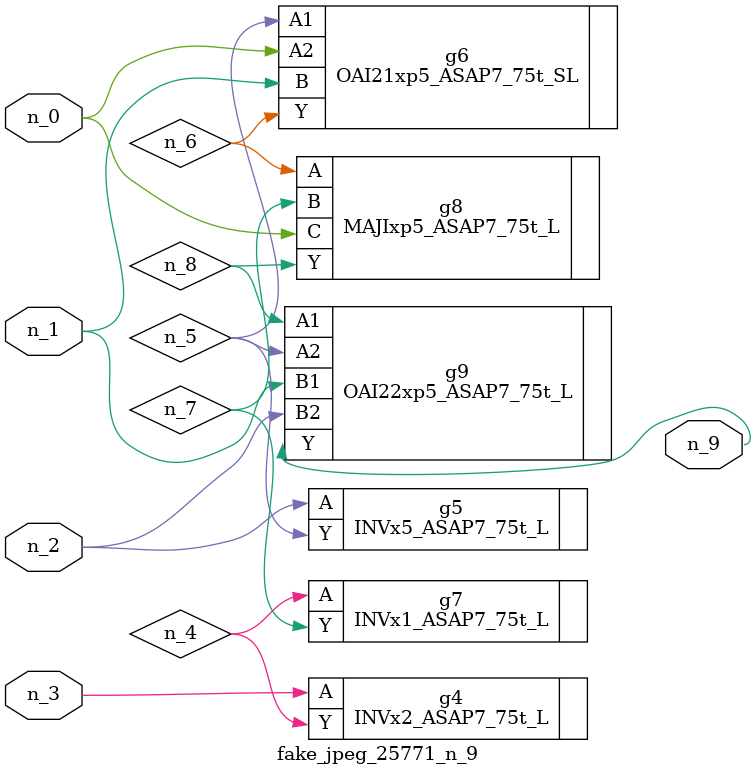
<source format=v>
module fake_jpeg_25771_n_9 (n_0, n_3, n_2, n_1, n_9);

input n_0;
input n_3;
input n_2;
input n_1;

output n_9;

wire n_4;
wire n_8;
wire n_6;
wire n_5;
wire n_7;

INVx2_ASAP7_75t_L g4 ( 
.A(n_3),
.Y(n_4)
);

INVx5_ASAP7_75t_L g5 ( 
.A(n_2),
.Y(n_5)
);

OAI21xp5_ASAP7_75t_SL g6 ( 
.A1(n_5),
.A2(n_0),
.B(n_1),
.Y(n_6)
);

MAJIxp5_ASAP7_75t_L g8 ( 
.A(n_6),
.B(n_7),
.C(n_0),
.Y(n_8)
);

INVx1_ASAP7_75t_L g7 ( 
.A(n_4),
.Y(n_7)
);

OAI22xp5_ASAP7_75t_L g9 ( 
.A1(n_8),
.A2(n_5),
.B1(n_1),
.B2(n_2),
.Y(n_9)
);


endmodule
</source>
